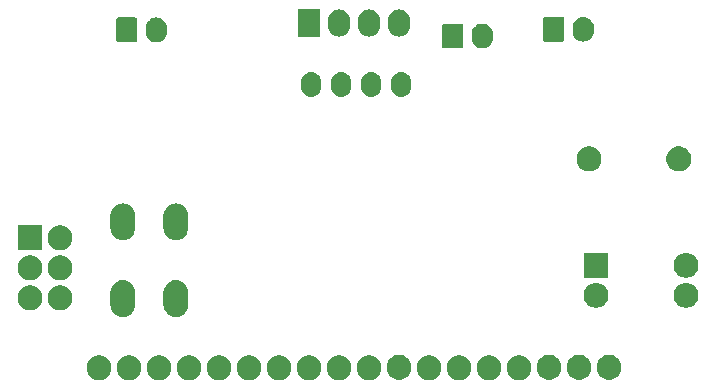
<source format=gbr>
G04 #@! TF.GenerationSoftware,KiCad,Pcbnew,(5.1.4)-1*
G04 #@! TF.CreationDate,2021-02-09T03:21:47-03:00*
G04 #@! TF.ProjectId,Eucalyptus,45756361-6c79-4707-9475-732e6b696361,rev?*
G04 #@! TF.SameCoordinates,Original*
G04 #@! TF.FileFunction,Soldermask,Bot*
G04 #@! TF.FilePolarity,Negative*
%FSLAX46Y46*%
G04 Gerber Fmt 4.6, Leading zero omitted, Abs format (unit mm)*
G04 Created by KiCad (PCBNEW (5.1.4)-1) date 2021-02-09 03:21:47*
%MOMM*%
%LPD*%
G04 APERTURE LIST*
%ADD10C,0.100000*%
G04 APERTURE END LIST*
D10*
G36*
X134291564Y-124870389D02*
G01*
X134482833Y-124949615D01*
X134482835Y-124949616D01*
X134654973Y-125064635D01*
X134801365Y-125211027D01*
X134900348Y-125359165D01*
X134916385Y-125383167D01*
X134995611Y-125574436D01*
X135036000Y-125777484D01*
X135036000Y-125984516D01*
X134995611Y-126187564D01*
X134926326Y-126354833D01*
X134916384Y-126378835D01*
X134801365Y-126550973D01*
X134654973Y-126697365D01*
X134482835Y-126812384D01*
X134482834Y-126812385D01*
X134482833Y-126812385D01*
X134291564Y-126891611D01*
X134088516Y-126932000D01*
X133881484Y-126932000D01*
X133678436Y-126891611D01*
X133487167Y-126812385D01*
X133487166Y-126812385D01*
X133487165Y-126812384D01*
X133315027Y-126697365D01*
X133168635Y-126550973D01*
X133053616Y-126378835D01*
X133043674Y-126354833D01*
X132974389Y-126187564D01*
X132934000Y-125984516D01*
X132934000Y-125777484D01*
X132974389Y-125574436D01*
X133053615Y-125383167D01*
X133069653Y-125359165D01*
X133168635Y-125211027D01*
X133315027Y-125064635D01*
X133487165Y-124949616D01*
X133487167Y-124949615D01*
X133678436Y-124870389D01*
X133881484Y-124830000D01*
X134088516Y-124830000D01*
X134291564Y-124870389D01*
X134291564Y-124870389D01*
G37*
G36*
X131751564Y-124870389D02*
G01*
X131942833Y-124949615D01*
X131942835Y-124949616D01*
X132114973Y-125064635D01*
X132261365Y-125211027D01*
X132360348Y-125359165D01*
X132376385Y-125383167D01*
X132455611Y-125574436D01*
X132496000Y-125777484D01*
X132496000Y-125984516D01*
X132455611Y-126187564D01*
X132386326Y-126354833D01*
X132376384Y-126378835D01*
X132261365Y-126550973D01*
X132114973Y-126697365D01*
X131942835Y-126812384D01*
X131942834Y-126812385D01*
X131942833Y-126812385D01*
X131751564Y-126891611D01*
X131548516Y-126932000D01*
X131341484Y-126932000D01*
X131138436Y-126891611D01*
X130947167Y-126812385D01*
X130947166Y-126812385D01*
X130947165Y-126812384D01*
X130775027Y-126697365D01*
X130628635Y-126550973D01*
X130513616Y-126378835D01*
X130503674Y-126354833D01*
X130434389Y-126187564D01*
X130394000Y-125984516D01*
X130394000Y-125777484D01*
X130434389Y-125574436D01*
X130513615Y-125383167D01*
X130529653Y-125359165D01*
X130628635Y-125211027D01*
X130775027Y-125064635D01*
X130947165Y-124949616D01*
X130947167Y-124949615D01*
X131138436Y-124870389D01*
X131341484Y-124830000D01*
X131548516Y-124830000D01*
X131751564Y-124870389D01*
X131751564Y-124870389D01*
G37*
G36*
X113971564Y-124870389D02*
G01*
X114162833Y-124949615D01*
X114162835Y-124949616D01*
X114334973Y-125064635D01*
X114481365Y-125211027D01*
X114580348Y-125359165D01*
X114596385Y-125383167D01*
X114675611Y-125574436D01*
X114716000Y-125777484D01*
X114716000Y-125984516D01*
X114675611Y-126187564D01*
X114606326Y-126354833D01*
X114596384Y-126378835D01*
X114481365Y-126550973D01*
X114334973Y-126697365D01*
X114162835Y-126812384D01*
X114162834Y-126812385D01*
X114162833Y-126812385D01*
X113971564Y-126891611D01*
X113768516Y-126932000D01*
X113561484Y-126932000D01*
X113358436Y-126891611D01*
X113167167Y-126812385D01*
X113167166Y-126812385D01*
X113167165Y-126812384D01*
X112995027Y-126697365D01*
X112848635Y-126550973D01*
X112733616Y-126378835D01*
X112723674Y-126354833D01*
X112654389Y-126187564D01*
X112614000Y-125984516D01*
X112614000Y-125777484D01*
X112654389Y-125574436D01*
X112733615Y-125383167D01*
X112749653Y-125359165D01*
X112848635Y-125211027D01*
X112995027Y-125064635D01*
X113167165Y-124949616D01*
X113167167Y-124949615D01*
X113358436Y-124870389D01*
X113561484Y-124830000D01*
X113768516Y-124830000D01*
X113971564Y-124870389D01*
X113971564Y-124870389D01*
G37*
G36*
X106351564Y-124870389D02*
G01*
X106542833Y-124949615D01*
X106542835Y-124949616D01*
X106714973Y-125064635D01*
X106861365Y-125211027D01*
X106960348Y-125359165D01*
X106976385Y-125383167D01*
X107055611Y-125574436D01*
X107096000Y-125777484D01*
X107096000Y-125984516D01*
X107055611Y-126187564D01*
X106986326Y-126354833D01*
X106976384Y-126378835D01*
X106861365Y-126550973D01*
X106714973Y-126697365D01*
X106542835Y-126812384D01*
X106542834Y-126812385D01*
X106542833Y-126812385D01*
X106351564Y-126891611D01*
X106148516Y-126932000D01*
X105941484Y-126932000D01*
X105738436Y-126891611D01*
X105547167Y-126812385D01*
X105547166Y-126812385D01*
X105547165Y-126812384D01*
X105375027Y-126697365D01*
X105228635Y-126550973D01*
X105113616Y-126378835D01*
X105103674Y-126354833D01*
X105034389Y-126187564D01*
X104994000Y-125984516D01*
X104994000Y-125777484D01*
X105034389Y-125574436D01*
X105113615Y-125383167D01*
X105129653Y-125359165D01*
X105228635Y-125211027D01*
X105375027Y-125064635D01*
X105547165Y-124949616D01*
X105547167Y-124949615D01*
X105738436Y-124870389D01*
X105941484Y-124830000D01*
X106148516Y-124830000D01*
X106351564Y-124870389D01*
X106351564Y-124870389D01*
G37*
G36*
X108891564Y-124870389D02*
G01*
X109082833Y-124949615D01*
X109082835Y-124949616D01*
X109254973Y-125064635D01*
X109401365Y-125211027D01*
X109500348Y-125359165D01*
X109516385Y-125383167D01*
X109595611Y-125574436D01*
X109636000Y-125777484D01*
X109636000Y-125984516D01*
X109595611Y-126187564D01*
X109526326Y-126354833D01*
X109516384Y-126378835D01*
X109401365Y-126550973D01*
X109254973Y-126697365D01*
X109082835Y-126812384D01*
X109082834Y-126812385D01*
X109082833Y-126812385D01*
X108891564Y-126891611D01*
X108688516Y-126932000D01*
X108481484Y-126932000D01*
X108278436Y-126891611D01*
X108087167Y-126812385D01*
X108087166Y-126812385D01*
X108087165Y-126812384D01*
X107915027Y-126697365D01*
X107768635Y-126550973D01*
X107653616Y-126378835D01*
X107643674Y-126354833D01*
X107574389Y-126187564D01*
X107534000Y-125984516D01*
X107534000Y-125777484D01*
X107574389Y-125574436D01*
X107653615Y-125383167D01*
X107669653Y-125359165D01*
X107768635Y-125211027D01*
X107915027Y-125064635D01*
X108087165Y-124949616D01*
X108087167Y-124949615D01*
X108278436Y-124870389D01*
X108481484Y-124830000D01*
X108688516Y-124830000D01*
X108891564Y-124870389D01*
X108891564Y-124870389D01*
G37*
G36*
X111431564Y-124870389D02*
G01*
X111622833Y-124949615D01*
X111622835Y-124949616D01*
X111794973Y-125064635D01*
X111941365Y-125211027D01*
X112040348Y-125359165D01*
X112056385Y-125383167D01*
X112135611Y-125574436D01*
X112176000Y-125777484D01*
X112176000Y-125984516D01*
X112135611Y-126187564D01*
X112066326Y-126354833D01*
X112056384Y-126378835D01*
X111941365Y-126550973D01*
X111794973Y-126697365D01*
X111622835Y-126812384D01*
X111622834Y-126812385D01*
X111622833Y-126812385D01*
X111431564Y-126891611D01*
X111228516Y-126932000D01*
X111021484Y-126932000D01*
X110818436Y-126891611D01*
X110627167Y-126812385D01*
X110627166Y-126812385D01*
X110627165Y-126812384D01*
X110455027Y-126697365D01*
X110308635Y-126550973D01*
X110193616Y-126378835D01*
X110183674Y-126354833D01*
X110114389Y-126187564D01*
X110074000Y-125984516D01*
X110074000Y-125777484D01*
X110114389Y-125574436D01*
X110193615Y-125383167D01*
X110209653Y-125359165D01*
X110308635Y-125211027D01*
X110455027Y-125064635D01*
X110627165Y-124949616D01*
X110627167Y-124949615D01*
X110818436Y-124870389D01*
X111021484Y-124830000D01*
X111228516Y-124830000D01*
X111431564Y-124870389D01*
X111431564Y-124870389D01*
G37*
G36*
X98731564Y-124870389D02*
G01*
X98922833Y-124949615D01*
X98922835Y-124949616D01*
X99094973Y-125064635D01*
X99241365Y-125211027D01*
X99340348Y-125359165D01*
X99356385Y-125383167D01*
X99435611Y-125574436D01*
X99476000Y-125777484D01*
X99476000Y-125984516D01*
X99435611Y-126187564D01*
X99366326Y-126354833D01*
X99356384Y-126378835D01*
X99241365Y-126550973D01*
X99094973Y-126697365D01*
X98922835Y-126812384D01*
X98922834Y-126812385D01*
X98922833Y-126812385D01*
X98731564Y-126891611D01*
X98528516Y-126932000D01*
X98321484Y-126932000D01*
X98118436Y-126891611D01*
X97927167Y-126812385D01*
X97927166Y-126812385D01*
X97927165Y-126812384D01*
X97755027Y-126697365D01*
X97608635Y-126550973D01*
X97493616Y-126378835D01*
X97483674Y-126354833D01*
X97414389Y-126187564D01*
X97374000Y-125984516D01*
X97374000Y-125777484D01*
X97414389Y-125574436D01*
X97493615Y-125383167D01*
X97509653Y-125359165D01*
X97608635Y-125211027D01*
X97755027Y-125064635D01*
X97927165Y-124949616D01*
X97927167Y-124949615D01*
X98118436Y-124870389D01*
X98321484Y-124830000D01*
X98528516Y-124830000D01*
X98731564Y-124870389D01*
X98731564Y-124870389D01*
G37*
G36*
X103811564Y-124870389D02*
G01*
X104002833Y-124949615D01*
X104002835Y-124949616D01*
X104174973Y-125064635D01*
X104321365Y-125211027D01*
X104420348Y-125359165D01*
X104436385Y-125383167D01*
X104515611Y-125574436D01*
X104556000Y-125777484D01*
X104556000Y-125984516D01*
X104515611Y-126187564D01*
X104446326Y-126354833D01*
X104436384Y-126378835D01*
X104321365Y-126550973D01*
X104174973Y-126697365D01*
X104002835Y-126812384D01*
X104002834Y-126812385D01*
X104002833Y-126812385D01*
X103811564Y-126891611D01*
X103608516Y-126932000D01*
X103401484Y-126932000D01*
X103198436Y-126891611D01*
X103007167Y-126812385D01*
X103007166Y-126812385D01*
X103007165Y-126812384D01*
X102835027Y-126697365D01*
X102688635Y-126550973D01*
X102573616Y-126378835D01*
X102563674Y-126354833D01*
X102494389Y-126187564D01*
X102454000Y-125984516D01*
X102454000Y-125777484D01*
X102494389Y-125574436D01*
X102573615Y-125383167D01*
X102589653Y-125359165D01*
X102688635Y-125211027D01*
X102835027Y-125064635D01*
X103007165Y-124949616D01*
X103007167Y-124949615D01*
X103198436Y-124870389D01*
X103401484Y-124830000D01*
X103608516Y-124830000D01*
X103811564Y-124870389D01*
X103811564Y-124870389D01*
G37*
G36*
X119051564Y-124870389D02*
G01*
X119242833Y-124949615D01*
X119242835Y-124949616D01*
X119414973Y-125064635D01*
X119561365Y-125211027D01*
X119660348Y-125359165D01*
X119676385Y-125383167D01*
X119755611Y-125574436D01*
X119796000Y-125777484D01*
X119796000Y-125984516D01*
X119755611Y-126187564D01*
X119686326Y-126354833D01*
X119676384Y-126378835D01*
X119561365Y-126550973D01*
X119414973Y-126697365D01*
X119242835Y-126812384D01*
X119242834Y-126812385D01*
X119242833Y-126812385D01*
X119051564Y-126891611D01*
X118848516Y-126932000D01*
X118641484Y-126932000D01*
X118438436Y-126891611D01*
X118247167Y-126812385D01*
X118247166Y-126812385D01*
X118247165Y-126812384D01*
X118075027Y-126697365D01*
X117928635Y-126550973D01*
X117813616Y-126378835D01*
X117803674Y-126354833D01*
X117734389Y-126187564D01*
X117694000Y-125984516D01*
X117694000Y-125777484D01*
X117734389Y-125574436D01*
X117813615Y-125383167D01*
X117829653Y-125359165D01*
X117928635Y-125211027D01*
X118075027Y-125064635D01*
X118247165Y-124949616D01*
X118247167Y-124949615D01*
X118438436Y-124870389D01*
X118641484Y-124830000D01*
X118848516Y-124830000D01*
X119051564Y-124870389D01*
X119051564Y-124870389D01*
G37*
G36*
X116511564Y-124870389D02*
G01*
X116702833Y-124949615D01*
X116702835Y-124949616D01*
X116874973Y-125064635D01*
X117021365Y-125211027D01*
X117120348Y-125359165D01*
X117136385Y-125383167D01*
X117215611Y-125574436D01*
X117256000Y-125777484D01*
X117256000Y-125984516D01*
X117215611Y-126187564D01*
X117146326Y-126354833D01*
X117136384Y-126378835D01*
X117021365Y-126550973D01*
X116874973Y-126697365D01*
X116702835Y-126812384D01*
X116702834Y-126812385D01*
X116702833Y-126812385D01*
X116511564Y-126891611D01*
X116308516Y-126932000D01*
X116101484Y-126932000D01*
X115898436Y-126891611D01*
X115707167Y-126812385D01*
X115707166Y-126812385D01*
X115707165Y-126812384D01*
X115535027Y-126697365D01*
X115388635Y-126550973D01*
X115273616Y-126378835D01*
X115263674Y-126354833D01*
X115194389Y-126187564D01*
X115154000Y-125984516D01*
X115154000Y-125777484D01*
X115194389Y-125574436D01*
X115273615Y-125383167D01*
X115289653Y-125359165D01*
X115388635Y-125211027D01*
X115535027Y-125064635D01*
X115707165Y-124949616D01*
X115707167Y-124949615D01*
X115898436Y-124870389D01*
X116101484Y-124830000D01*
X116308516Y-124830000D01*
X116511564Y-124870389D01*
X116511564Y-124870389D01*
G37*
G36*
X129211564Y-124870389D02*
G01*
X129402833Y-124949615D01*
X129402835Y-124949616D01*
X129574973Y-125064635D01*
X129721365Y-125211027D01*
X129820348Y-125359165D01*
X129836385Y-125383167D01*
X129915611Y-125574436D01*
X129956000Y-125777484D01*
X129956000Y-125984516D01*
X129915611Y-126187564D01*
X129846326Y-126354833D01*
X129836384Y-126378835D01*
X129721365Y-126550973D01*
X129574973Y-126697365D01*
X129402835Y-126812384D01*
X129402834Y-126812385D01*
X129402833Y-126812385D01*
X129211564Y-126891611D01*
X129008516Y-126932000D01*
X128801484Y-126932000D01*
X128598436Y-126891611D01*
X128407167Y-126812385D01*
X128407166Y-126812385D01*
X128407165Y-126812384D01*
X128235027Y-126697365D01*
X128088635Y-126550973D01*
X127973616Y-126378835D01*
X127963674Y-126354833D01*
X127894389Y-126187564D01*
X127854000Y-125984516D01*
X127854000Y-125777484D01*
X127894389Y-125574436D01*
X127973615Y-125383167D01*
X127989653Y-125359165D01*
X128088635Y-125211027D01*
X128235027Y-125064635D01*
X128407165Y-124949616D01*
X128407167Y-124949615D01*
X128598436Y-124870389D01*
X128801484Y-124830000D01*
X129008516Y-124830000D01*
X129211564Y-124870389D01*
X129211564Y-124870389D01*
G37*
G36*
X126671564Y-124870389D02*
G01*
X126862833Y-124949615D01*
X126862835Y-124949616D01*
X127034973Y-125064635D01*
X127181365Y-125211027D01*
X127280348Y-125359165D01*
X127296385Y-125383167D01*
X127375611Y-125574436D01*
X127416000Y-125777484D01*
X127416000Y-125984516D01*
X127375611Y-126187564D01*
X127306326Y-126354833D01*
X127296384Y-126378835D01*
X127181365Y-126550973D01*
X127034973Y-126697365D01*
X126862835Y-126812384D01*
X126862834Y-126812385D01*
X126862833Y-126812385D01*
X126671564Y-126891611D01*
X126468516Y-126932000D01*
X126261484Y-126932000D01*
X126058436Y-126891611D01*
X125867167Y-126812385D01*
X125867166Y-126812385D01*
X125867165Y-126812384D01*
X125695027Y-126697365D01*
X125548635Y-126550973D01*
X125433616Y-126378835D01*
X125423674Y-126354833D01*
X125354389Y-126187564D01*
X125314000Y-125984516D01*
X125314000Y-125777484D01*
X125354389Y-125574436D01*
X125433615Y-125383167D01*
X125449653Y-125359165D01*
X125548635Y-125211027D01*
X125695027Y-125064635D01*
X125867165Y-124949616D01*
X125867167Y-124949615D01*
X126058436Y-124870389D01*
X126261484Y-124830000D01*
X126468516Y-124830000D01*
X126671564Y-124870389D01*
X126671564Y-124870389D01*
G37*
G36*
X121591564Y-124870389D02*
G01*
X121782833Y-124949615D01*
X121782835Y-124949616D01*
X121954973Y-125064635D01*
X122101365Y-125211027D01*
X122200348Y-125359165D01*
X122216385Y-125383167D01*
X122295611Y-125574436D01*
X122336000Y-125777484D01*
X122336000Y-125984516D01*
X122295611Y-126187564D01*
X122226326Y-126354833D01*
X122216384Y-126378835D01*
X122101365Y-126550973D01*
X121954973Y-126697365D01*
X121782835Y-126812384D01*
X121782834Y-126812385D01*
X121782833Y-126812385D01*
X121591564Y-126891611D01*
X121388516Y-126932000D01*
X121181484Y-126932000D01*
X120978436Y-126891611D01*
X120787167Y-126812385D01*
X120787166Y-126812385D01*
X120787165Y-126812384D01*
X120615027Y-126697365D01*
X120468635Y-126550973D01*
X120353616Y-126378835D01*
X120343674Y-126354833D01*
X120274389Y-126187564D01*
X120234000Y-125984516D01*
X120234000Y-125777484D01*
X120274389Y-125574436D01*
X120353615Y-125383167D01*
X120369653Y-125359165D01*
X120468635Y-125211027D01*
X120615027Y-125064635D01*
X120787165Y-124949616D01*
X120787167Y-124949615D01*
X120978436Y-124870389D01*
X121181484Y-124830000D01*
X121388516Y-124830000D01*
X121591564Y-124870389D01*
X121591564Y-124870389D01*
G37*
G36*
X101271564Y-124870389D02*
G01*
X101462833Y-124949615D01*
X101462835Y-124949616D01*
X101634973Y-125064635D01*
X101781365Y-125211027D01*
X101880348Y-125359165D01*
X101896385Y-125383167D01*
X101975611Y-125574436D01*
X102016000Y-125777484D01*
X102016000Y-125984516D01*
X101975611Y-126187564D01*
X101906326Y-126354833D01*
X101896384Y-126378835D01*
X101781365Y-126550973D01*
X101634973Y-126697365D01*
X101462835Y-126812384D01*
X101462834Y-126812385D01*
X101462833Y-126812385D01*
X101271564Y-126891611D01*
X101068516Y-126932000D01*
X100861484Y-126932000D01*
X100658436Y-126891611D01*
X100467167Y-126812385D01*
X100467166Y-126812385D01*
X100467165Y-126812384D01*
X100295027Y-126697365D01*
X100148635Y-126550973D01*
X100033616Y-126378835D01*
X100023674Y-126354833D01*
X99954389Y-126187564D01*
X99914000Y-125984516D01*
X99914000Y-125777484D01*
X99954389Y-125574436D01*
X100033615Y-125383167D01*
X100049653Y-125359165D01*
X100148635Y-125211027D01*
X100295027Y-125064635D01*
X100467165Y-124949616D01*
X100467167Y-124949615D01*
X100658436Y-124870389D01*
X100861484Y-124830000D01*
X101068516Y-124830000D01*
X101271564Y-124870389D01*
X101271564Y-124870389D01*
G37*
G36*
X139371564Y-124846389D02*
G01*
X139562833Y-124925615D01*
X139562835Y-124925616D01*
X139734973Y-125040635D01*
X139881365Y-125187027D01*
X139996385Y-125359167D01*
X140075611Y-125550436D01*
X140116000Y-125753484D01*
X140116000Y-125960516D01*
X140075611Y-126163564D01*
X140065669Y-126187565D01*
X139996384Y-126354835D01*
X139881365Y-126526973D01*
X139734973Y-126673365D01*
X139562835Y-126788384D01*
X139562834Y-126788385D01*
X139562833Y-126788385D01*
X139371564Y-126867611D01*
X139168516Y-126908000D01*
X138961484Y-126908000D01*
X138758436Y-126867611D01*
X138567167Y-126788385D01*
X138567166Y-126788385D01*
X138567165Y-126788384D01*
X138395027Y-126673365D01*
X138248635Y-126526973D01*
X138133616Y-126354835D01*
X138064331Y-126187565D01*
X138054389Y-126163564D01*
X138014000Y-125960516D01*
X138014000Y-125753484D01*
X138054389Y-125550436D01*
X138133615Y-125359167D01*
X138248635Y-125187027D01*
X138395027Y-125040635D01*
X138567165Y-124925616D01*
X138567167Y-124925615D01*
X138758436Y-124846389D01*
X138961484Y-124806000D01*
X139168516Y-124806000D01*
X139371564Y-124846389D01*
X139371564Y-124846389D01*
G37*
G36*
X141911564Y-124846389D02*
G01*
X142102833Y-124925615D01*
X142102835Y-124925616D01*
X142274973Y-125040635D01*
X142421365Y-125187027D01*
X142536385Y-125359167D01*
X142615611Y-125550436D01*
X142656000Y-125753484D01*
X142656000Y-125960516D01*
X142615611Y-126163564D01*
X142605669Y-126187565D01*
X142536384Y-126354835D01*
X142421365Y-126526973D01*
X142274973Y-126673365D01*
X142102835Y-126788384D01*
X142102834Y-126788385D01*
X142102833Y-126788385D01*
X141911564Y-126867611D01*
X141708516Y-126908000D01*
X141501484Y-126908000D01*
X141298436Y-126867611D01*
X141107167Y-126788385D01*
X141107166Y-126788385D01*
X141107165Y-126788384D01*
X140935027Y-126673365D01*
X140788635Y-126526973D01*
X140673616Y-126354835D01*
X140604331Y-126187565D01*
X140594389Y-126163564D01*
X140554000Y-125960516D01*
X140554000Y-125753484D01*
X140594389Y-125550436D01*
X140673615Y-125359167D01*
X140788635Y-125187027D01*
X140935027Y-125040635D01*
X141107165Y-124925616D01*
X141107167Y-124925615D01*
X141298436Y-124846389D01*
X141501484Y-124806000D01*
X141708516Y-124806000D01*
X141911564Y-124846389D01*
X141911564Y-124846389D01*
G37*
G36*
X124131564Y-124846389D02*
G01*
X124322833Y-124925615D01*
X124322835Y-124925616D01*
X124494973Y-125040635D01*
X124641365Y-125187027D01*
X124756385Y-125359167D01*
X124835611Y-125550436D01*
X124876000Y-125753484D01*
X124876000Y-125960516D01*
X124835611Y-126163564D01*
X124825669Y-126187565D01*
X124756384Y-126354835D01*
X124641365Y-126526973D01*
X124494973Y-126673365D01*
X124322835Y-126788384D01*
X124322834Y-126788385D01*
X124322833Y-126788385D01*
X124131564Y-126867611D01*
X123928516Y-126908000D01*
X123721484Y-126908000D01*
X123518436Y-126867611D01*
X123327167Y-126788385D01*
X123327166Y-126788385D01*
X123327165Y-126788384D01*
X123155027Y-126673365D01*
X123008635Y-126526973D01*
X122893616Y-126354835D01*
X122824331Y-126187565D01*
X122814389Y-126163564D01*
X122774000Y-125960516D01*
X122774000Y-125753484D01*
X122814389Y-125550436D01*
X122893615Y-125359167D01*
X123008635Y-125187027D01*
X123155027Y-125040635D01*
X123327165Y-124925616D01*
X123327167Y-124925615D01*
X123518436Y-124846389D01*
X123721484Y-124806000D01*
X123928516Y-124806000D01*
X124131564Y-124846389D01*
X124131564Y-124846389D01*
G37*
G36*
X136831564Y-124846389D02*
G01*
X137022833Y-124925615D01*
X137022835Y-124925616D01*
X137194973Y-125040635D01*
X137341365Y-125187027D01*
X137456385Y-125359167D01*
X137535611Y-125550436D01*
X137576000Y-125753484D01*
X137576000Y-125960516D01*
X137535611Y-126163564D01*
X137525669Y-126187565D01*
X137456384Y-126354835D01*
X137341365Y-126526973D01*
X137194973Y-126673365D01*
X137022835Y-126788384D01*
X137022834Y-126788385D01*
X137022833Y-126788385D01*
X136831564Y-126867611D01*
X136628516Y-126908000D01*
X136421484Y-126908000D01*
X136218436Y-126867611D01*
X136027167Y-126788385D01*
X136027166Y-126788385D01*
X136027165Y-126788384D01*
X135855027Y-126673365D01*
X135708635Y-126526973D01*
X135593616Y-126354835D01*
X135524331Y-126187565D01*
X135514389Y-126163564D01*
X135474000Y-125960516D01*
X135474000Y-125753484D01*
X135514389Y-125550436D01*
X135593615Y-125359167D01*
X135708635Y-125187027D01*
X135855027Y-125040635D01*
X136027165Y-124925616D01*
X136027167Y-124925615D01*
X136218436Y-124846389D01*
X136421484Y-124806000D01*
X136628516Y-124806000D01*
X136831564Y-124846389D01*
X136831564Y-124846389D01*
G37*
G36*
X105135531Y-118490707D02*
G01*
X105333645Y-118550805D01*
X105333648Y-118550806D01*
X105399530Y-118586021D01*
X105516229Y-118648397D01*
X105676265Y-118779735D01*
X105807603Y-118939771D01*
X105808201Y-118940890D01*
X105905194Y-119122351D01*
X105905194Y-119122352D01*
X105905195Y-119122354D01*
X105965293Y-119320468D01*
X105980500Y-119474870D01*
X105980500Y-120578130D01*
X105965293Y-120732532D01*
X105919683Y-120882885D01*
X105905194Y-120930649D01*
X105853439Y-121027475D01*
X105807603Y-121113229D01*
X105676265Y-121273265D01*
X105516229Y-121404603D01*
X105430475Y-121450439D01*
X105333649Y-121502194D01*
X105333646Y-121502195D01*
X105135532Y-121562293D01*
X104929500Y-121582585D01*
X104723469Y-121562293D01*
X104525355Y-121502195D01*
X104525352Y-121502194D01*
X104428526Y-121450439D01*
X104342772Y-121404603D01*
X104182736Y-121273265D01*
X104051398Y-121113229D01*
X104028684Y-121070735D01*
X103953805Y-120930647D01*
X103893707Y-120732530D01*
X103878500Y-120578131D01*
X103878500Y-119474870D01*
X103893707Y-119320471D01*
X103893707Y-119320469D01*
X103953805Y-119122355D01*
X103953806Y-119122352D01*
X103989021Y-119056470D01*
X104051397Y-118939771D01*
X104182735Y-118779735D01*
X104342771Y-118648397D01*
X104428525Y-118602561D01*
X104525351Y-118550806D01*
X104525354Y-118550805D01*
X104723468Y-118490707D01*
X104929500Y-118470415D01*
X105135531Y-118490707D01*
X105135531Y-118490707D01*
G37*
G36*
X100635531Y-118490707D02*
G01*
X100833645Y-118550805D01*
X100833648Y-118550806D01*
X100899530Y-118586021D01*
X101016229Y-118648397D01*
X101176265Y-118779735D01*
X101307603Y-118939771D01*
X101308201Y-118940890D01*
X101405194Y-119122351D01*
X101405194Y-119122352D01*
X101405195Y-119122354D01*
X101465293Y-119320468D01*
X101480500Y-119474870D01*
X101480500Y-120578130D01*
X101465293Y-120732532D01*
X101419683Y-120882885D01*
X101405194Y-120930649D01*
X101353439Y-121027475D01*
X101307603Y-121113229D01*
X101176265Y-121273265D01*
X101016229Y-121404603D01*
X100930475Y-121450439D01*
X100833649Y-121502194D01*
X100833646Y-121502195D01*
X100635532Y-121562293D01*
X100429500Y-121582585D01*
X100223469Y-121562293D01*
X100025355Y-121502195D01*
X100025352Y-121502194D01*
X99928526Y-121450439D01*
X99842772Y-121404603D01*
X99682736Y-121273265D01*
X99551398Y-121113229D01*
X99528684Y-121070735D01*
X99453805Y-120930647D01*
X99393707Y-120732530D01*
X99378500Y-120578131D01*
X99378500Y-119474870D01*
X99393707Y-119320471D01*
X99393707Y-119320469D01*
X99453805Y-119122355D01*
X99453806Y-119122352D01*
X99489021Y-119056470D01*
X99551397Y-118939771D01*
X99682735Y-118779735D01*
X99842771Y-118648397D01*
X99928525Y-118602561D01*
X100025351Y-118550806D01*
X100025354Y-118550805D01*
X100223468Y-118490707D01*
X100429500Y-118470415D01*
X100635531Y-118490707D01*
X100635531Y-118490707D01*
G37*
G36*
X95429564Y-118940889D02*
G01*
X95620833Y-119020115D01*
X95620835Y-119020116D01*
X95792973Y-119135135D01*
X95939365Y-119281527D01*
X95965387Y-119320471D01*
X96054385Y-119453667D01*
X96133611Y-119644936D01*
X96174000Y-119847984D01*
X96174000Y-120055016D01*
X96133611Y-120258064D01*
X96105169Y-120326729D01*
X96054384Y-120449335D01*
X95939365Y-120621473D01*
X95792973Y-120767865D01*
X95620835Y-120882884D01*
X95620834Y-120882885D01*
X95620833Y-120882885D01*
X95429564Y-120962111D01*
X95226516Y-121002500D01*
X95019484Y-121002500D01*
X94816436Y-120962111D01*
X94625167Y-120882885D01*
X94625166Y-120882885D01*
X94625165Y-120882884D01*
X94453027Y-120767865D01*
X94306635Y-120621473D01*
X94191616Y-120449335D01*
X94140831Y-120326729D01*
X94112389Y-120258064D01*
X94072000Y-120055016D01*
X94072000Y-119847984D01*
X94112389Y-119644936D01*
X94191615Y-119453667D01*
X94280614Y-119320471D01*
X94306635Y-119281527D01*
X94453027Y-119135135D01*
X94625165Y-119020116D01*
X94625167Y-119020115D01*
X94816436Y-118940889D01*
X95019484Y-118900500D01*
X95226516Y-118900500D01*
X95429564Y-118940889D01*
X95429564Y-118940889D01*
G37*
G36*
X92889564Y-118940889D02*
G01*
X93080833Y-119020115D01*
X93080835Y-119020116D01*
X93252973Y-119135135D01*
X93399365Y-119281527D01*
X93425387Y-119320471D01*
X93514385Y-119453667D01*
X93593611Y-119644936D01*
X93634000Y-119847984D01*
X93634000Y-120055016D01*
X93593611Y-120258064D01*
X93565169Y-120326729D01*
X93514384Y-120449335D01*
X93399365Y-120621473D01*
X93252973Y-120767865D01*
X93080835Y-120882884D01*
X93080834Y-120882885D01*
X93080833Y-120882885D01*
X92889564Y-120962111D01*
X92686516Y-121002500D01*
X92479484Y-121002500D01*
X92276436Y-120962111D01*
X92085167Y-120882885D01*
X92085166Y-120882885D01*
X92085165Y-120882884D01*
X91913027Y-120767865D01*
X91766635Y-120621473D01*
X91651616Y-120449335D01*
X91600831Y-120326729D01*
X91572389Y-120258064D01*
X91532000Y-120055016D01*
X91532000Y-119847984D01*
X91572389Y-119644936D01*
X91651615Y-119453667D01*
X91740614Y-119320471D01*
X91766635Y-119281527D01*
X91913027Y-119135135D01*
X92085165Y-119020116D01*
X92085167Y-119020115D01*
X92276436Y-118940889D01*
X92479484Y-118900500D01*
X92686516Y-118900500D01*
X92889564Y-118940889D01*
X92889564Y-118940889D01*
G37*
G36*
X148223097Y-118694069D02*
G01*
X148326032Y-118704207D01*
X148524146Y-118764305D01*
X148524149Y-118764306D01*
X148553014Y-118779735D01*
X148706729Y-118861897D01*
X148866765Y-118993235D01*
X148998103Y-119153271D01*
X149043939Y-119239025D01*
X149095694Y-119335851D01*
X149095695Y-119335854D01*
X149155793Y-119533968D01*
X149176085Y-119740000D01*
X149155793Y-119946032D01*
X149095695Y-120144146D01*
X149095694Y-120144149D01*
X149043939Y-120240975D01*
X148998103Y-120326729D01*
X148866765Y-120486765D01*
X148706729Y-120618103D01*
X148620975Y-120663939D01*
X148524149Y-120715694D01*
X148524146Y-120715695D01*
X148326032Y-120775793D01*
X148223097Y-120785931D01*
X148171631Y-120791000D01*
X148068369Y-120791000D01*
X148016903Y-120785931D01*
X147913968Y-120775793D01*
X147715854Y-120715695D01*
X147715851Y-120715694D01*
X147619025Y-120663939D01*
X147533271Y-120618103D01*
X147373235Y-120486765D01*
X147241897Y-120326729D01*
X147196061Y-120240975D01*
X147144306Y-120144149D01*
X147144305Y-120144146D01*
X147084207Y-119946032D01*
X147063915Y-119740000D01*
X147084207Y-119533968D01*
X147144305Y-119335854D01*
X147144306Y-119335851D01*
X147196061Y-119239025D01*
X147241897Y-119153271D01*
X147373235Y-118993235D01*
X147533271Y-118861897D01*
X147686986Y-118779735D01*
X147715851Y-118764306D01*
X147715854Y-118764305D01*
X147913968Y-118704207D01*
X148016903Y-118694069D01*
X148068369Y-118689000D01*
X148171631Y-118689000D01*
X148223097Y-118694069D01*
X148223097Y-118694069D01*
G37*
G36*
X140603097Y-118694069D02*
G01*
X140706032Y-118704207D01*
X140904146Y-118764305D01*
X140904149Y-118764306D01*
X140933014Y-118779735D01*
X141086729Y-118861897D01*
X141246765Y-118993235D01*
X141378103Y-119153271D01*
X141423939Y-119239025D01*
X141475694Y-119335851D01*
X141475695Y-119335854D01*
X141535793Y-119533968D01*
X141556085Y-119740000D01*
X141535793Y-119946032D01*
X141475695Y-120144146D01*
X141475694Y-120144149D01*
X141423939Y-120240975D01*
X141378103Y-120326729D01*
X141246765Y-120486765D01*
X141086729Y-120618103D01*
X141000975Y-120663939D01*
X140904149Y-120715694D01*
X140904146Y-120715695D01*
X140706032Y-120775793D01*
X140603097Y-120785931D01*
X140551631Y-120791000D01*
X140448369Y-120791000D01*
X140396903Y-120785931D01*
X140293968Y-120775793D01*
X140095854Y-120715695D01*
X140095851Y-120715694D01*
X139999025Y-120663939D01*
X139913271Y-120618103D01*
X139753235Y-120486765D01*
X139621897Y-120326729D01*
X139576061Y-120240975D01*
X139524306Y-120144149D01*
X139524305Y-120144146D01*
X139464207Y-119946032D01*
X139443915Y-119740000D01*
X139464207Y-119533968D01*
X139524305Y-119335854D01*
X139524306Y-119335851D01*
X139576061Y-119239025D01*
X139621897Y-119153271D01*
X139753235Y-118993235D01*
X139913271Y-118861897D01*
X140066986Y-118779735D01*
X140095851Y-118764306D01*
X140095854Y-118764305D01*
X140293968Y-118704207D01*
X140396903Y-118694069D01*
X140448369Y-118689000D01*
X140551631Y-118689000D01*
X140603097Y-118694069D01*
X140603097Y-118694069D01*
G37*
G36*
X92889564Y-116400889D02*
G01*
X93080833Y-116480115D01*
X93080835Y-116480116D01*
X93252973Y-116595135D01*
X93399365Y-116741527D01*
X93514385Y-116913667D01*
X93593611Y-117104936D01*
X93634000Y-117307984D01*
X93634000Y-117515016D01*
X93593611Y-117718064D01*
X93565169Y-117786729D01*
X93514384Y-117909335D01*
X93399365Y-118081473D01*
X93252973Y-118227865D01*
X93080835Y-118342884D01*
X93080834Y-118342885D01*
X93080833Y-118342885D01*
X92889564Y-118422111D01*
X92686516Y-118462500D01*
X92479484Y-118462500D01*
X92276436Y-118422111D01*
X92085167Y-118342885D01*
X92085166Y-118342885D01*
X92085165Y-118342884D01*
X91913027Y-118227865D01*
X91766635Y-118081473D01*
X91651616Y-117909335D01*
X91600831Y-117786729D01*
X91572389Y-117718064D01*
X91532000Y-117515016D01*
X91532000Y-117307984D01*
X91572389Y-117104936D01*
X91651615Y-116913667D01*
X91766635Y-116741527D01*
X91913027Y-116595135D01*
X92085165Y-116480116D01*
X92085167Y-116480115D01*
X92276436Y-116400889D01*
X92479484Y-116360500D01*
X92686516Y-116360500D01*
X92889564Y-116400889D01*
X92889564Y-116400889D01*
G37*
G36*
X95429564Y-116400889D02*
G01*
X95620833Y-116480115D01*
X95620835Y-116480116D01*
X95792973Y-116595135D01*
X95939365Y-116741527D01*
X96054385Y-116913667D01*
X96133611Y-117104936D01*
X96174000Y-117307984D01*
X96174000Y-117515016D01*
X96133611Y-117718064D01*
X96105169Y-117786729D01*
X96054384Y-117909335D01*
X95939365Y-118081473D01*
X95792973Y-118227865D01*
X95620835Y-118342884D01*
X95620834Y-118342885D01*
X95620833Y-118342885D01*
X95429564Y-118422111D01*
X95226516Y-118462500D01*
X95019484Y-118462500D01*
X94816436Y-118422111D01*
X94625167Y-118342885D01*
X94625166Y-118342885D01*
X94625165Y-118342884D01*
X94453027Y-118227865D01*
X94306635Y-118081473D01*
X94191616Y-117909335D01*
X94140831Y-117786729D01*
X94112389Y-117718064D01*
X94072000Y-117515016D01*
X94072000Y-117307984D01*
X94112389Y-117104936D01*
X94191615Y-116913667D01*
X94306635Y-116741527D01*
X94453027Y-116595135D01*
X94625165Y-116480116D01*
X94625167Y-116480115D01*
X94816436Y-116400889D01*
X95019484Y-116360500D01*
X95226516Y-116360500D01*
X95429564Y-116400889D01*
X95429564Y-116400889D01*
G37*
G36*
X148223097Y-116154069D02*
G01*
X148326032Y-116164207D01*
X148524146Y-116224305D01*
X148524149Y-116224306D01*
X148620975Y-116276061D01*
X148706729Y-116321897D01*
X148866765Y-116453235D01*
X148998103Y-116613271D01*
X149043939Y-116699025D01*
X149095694Y-116795851D01*
X149095695Y-116795854D01*
X149155793Y-116993968D01*
X149176085Y-117200000D01*
X149155793Y-117406032D01*
X149095695Y-117604146D01*
X149095694Y-117604149D01*
X149043939Y-117700975D01*
X148998103Y-117786729D01*
X148866765Y-117946765D01*
X148706729Y-118078103D01*
X148620975Y-118123939D01*
X148524149Y-118175694D01*
X148524146Y-118175695D01*
X148326032Y-118235793D01*
X148223097Y-118245931D01*
X148171631Y-118251000D01*
X148068369Y-118251000D01*
X148016903Y-118245931D01*
X147913968Y-118235793D01*
X147715854Y-118175695D01*
X147715851Y-118175694D01*
X147619025Y-118123939D01*
X147533271Y-118078103D01*
X147373235Y-117946765D01*
X147241897Y-117786729D01*
X147196061Y-117700975D01*
X147144306Y-117604149D01*
X147144305Y-117604146D01*
X147084207Y-117406032D01*
X147063915Y-117200000D01*
X147084207Y-116993968D01*
X147144305Y-116795854D01*
X147144306Y-116795851D01*
X147196061Y-116699025D01*
X147241897Y-116613271D01*
X147373235Y-116453235D01*
X147533271Y-116321897D01*
X147619025Y-116276061D01*
X147715851Y-116224306D01*
X147715854Y-116224305D01*
X147913968Y-116164207D01*
X148016903Y-116154069D01*
X148068369Y-116149000D01*
X148171631Y-116149000D01*
X148223097Y-116154069D01*
X148223097Y-116154069D01*
G37*
G36*
X141551000Y-118251000D02*
G01*
X139449000Y-118251000D01*
X139449000Y-116149000D01*
X141551000Y-116149000D01*
X141551000Y-118251000D01*
X141551000Y-118251000D01*
G37*
G36*
X93634000Y-115922500D02*
G01*
X91532000Y-115922500D01*
X91532000Y-113820500D01*
X93634000Y-113820500D01*
X93634000Y-115922500D01*
X93634000Y-115922500D01*
G37*
G36*
X95429564Y-113860889D02*
G01*
X95620833Y-113940115D01*
X95620835Y-113940116D01*
X95792973Y-114055135D01*
X95939365Y-114201527D01*
X95960081Y-114232530D01*
X96054385Y-114373667D01*
X96133611Y-114564936D01*
X96174000Y-114767984D01*
X96174000Y-114975016D01*
X96133611Y-115178064D01*
X96054385Y-115369333D01*
X96054384Y-115369335D01*
X95939365Y-115541473D01*
X95792973Y-115687865D01*
X95620835Y-115802884D01*
X95620834Y-115802885D01*
X95620833Y-115802885D01*
X95429564Y-115882111D01*
X95226516Y-115922500D01*
X95019484Y-115922500D01*
X94816436Y-115882111D01*
X94625167Y-115802885D01*
X94625166Y-115802885D01*
X94625165Y-115802884D01*
X94453027Y-115687865D01*
X94306635Y-115541473D01*
X94191616Y-115369335D01*
X94191615Y-115369333D01*
X94112389Y-115178064D01*
X94072000Y-114975016D01*
X94072000Y-114767984D01*
X94112389Y-114564936D01*
X94191615Y-114373667D01*
X94285920Y-114232530D01*
X94306635Y-114201527D01*
X94453027Y-114055135D01*
X94625165Y-113940116D01*
X94625167Y-113940115D01*
X94816436Y-113860889D01*
X95019484Y-113820500D01*
X95226516Y-113820500D01*
X95429564Y-113860889D01*
X95429564Y-113860889D01*
G37*
G36*
X100635531Y-111990707D02*
G01*
X100833645Y-112050805D01*
X100833648Y-112050806D01*
X100899530Y-112086021D01*
X101016229Y-112148397D01*
X101176265Y-112279735D01*
X101307603Y-112439771D01*
X101307604Y-112439773D01*
X101405194Y-112622351D01*
X101405194Y-112622352D01*
X101405195Y-112622354D01*
X101465293Y-112820468D01*
X101480500Y-112974870D01*
X101480500Y-114078130D01*
X101465293Y-114232532D01*
X101405195Y-114430646D01*
X101405194Y-114430649D01*
X101353439Y-114527475D01*
X101307603Y-114613229D01*
X101176265Y-114773265D01*
X101016229Y-114904603D01*
X100930475Y-114950439D01*
X100833649Y-115002194D01*
X100833646Y-115002195D01*
X100635532Y-115062293D01*
X100429500Y-115082585D01*
X100223469Y-115062293D01*
X100025355Y-115002195D01*
X100025352Y-115002194D01*
X99928526Y-114950439D01*
X99842772Y-114904603D01*
X99682736Y-114773265D01*
X99551398Y-114613229D01*
X99525584Y-114564935D01*
X99453805Y-114430647D01*
X99393707Y-114232530D01*
X99378500Y-114078131D01*
X99378500Y-112974870D01*
X99393707Y-112820471D01*
X99393707Y-112820469D01*
X99453805Y-112622355D01*
X99453806Y-112622352D01*
X99489021Y-112556470D01*
X99551397Y-112439771D01*
X99682735Y-112279735D01*
X99842771Y-112148397D01*
X99928525Y-112102561D01*
X100025351Y-112050806D01*
X100025354Y-112050805D01*
X100223468Y-111990707D01*
X100429500Y-111970415D01*
X100635531Y-111990707D01*
X100635531Y-111990707D01*
G37*
G36*
X105135531Y-111990707D02*
G01*
X105333645Y-112050805D01*
X105333648Y-112050806D01*
X105399530Y-112086021D01*
X105516229Y-112148397D01*
X105676265Y-112279735D01*
X105807603Y-112439771D01*
X105807604Y-112439773D01*
X105905194Y-112622351D01*
X105905194Y-112622352D01*
X105905195Y-112622354D01*
X105965293Y-112820468D01*
X105980500Y-112974870D01*
X105980500Y-114078130D01*
X105965293Y-114232532D01*
X105905195Y-114430646D01*
X105905194Y-114430649D01*
X105853439Y-114527475D01*
X105807603Y-114613229D01*
X105676265Y-114773265D01*
X105516229Y-114904603D01*
X105430475Y-114950439D01*
X105333649Y-115002194D01*
X105333646Y-115002195D01*
X105135532Y-115062293D01*
X104929500Y-115082585D01*
X104723469Y-115062293D01*
X104525355Y-115002195D01*
X104525352Y-115002194D01*
X104428526Y-114950439D01*
X104342772Y-114904603D01*
X104182736Y-114773265D01*
X104051398Y-114613229D01*
X104025584Y-114564935D01*
X103953805Y-114430647D01*
X103893707Y-114232530D01*
X103878500Y-114078131D01*
X103878500Y-112974870D01*
X103893707Y-112820471D01*
X103893707Y-112820469D01*
X103953805Y-112622355D01*
X103953806Y-112622352D01*
X103989021Y-112556470D01*
X104051397Y-112439771D01*
X104182735Y-112279735D01*
X104342771Y-112148397D01*
X104428525Y-112102561D01*
X104525351Y-112050806D01*
X104525354Y-112050805D01*
X104723468Y-111990707D01*
X104929500Y-111970415D01*
X105135531Y-111990707D01*
X105135531Y-111990707D01*
G37*
G36*
X147807064Y-107193389D02*
G01*
X147998333Y-107272615D01*
X147998335Y-107272616D01*
X148170473Y-107387635D01*
X148316865Y-107534027D01*
X148431885Y-107706167D01*
X148511111Y-107897436D01*
X148551500Y-108100484D01*
X148551500Y-108307516D01*
X148511111Y-108510564D01*
X148431885Y-108701833D01*
X148431884Y-108701835D01*
X148316865Y-108873973D01*
X148170473Y-109020365D01*
X147998335Y-109135384D01*
X147998334Y-109135385D01*
X147998333Y-109135385D01*
X147807064Y-109214611D01*
X147604016Y-109255000D01*
X147396984Y-109255000D01*
X147193936Y-109214611D01*
X147002667Y-109135385D01*
X147002666Y-109135385D01*
X147002665Y-109135384D01*
X146830527Y-109020365D01*
X146684135Y-108873973D01*
X146569116Y-108701835D01*
X146569115Y-108701833D01*
X146489889Y-108510564D01*
X146449500Y-108307516D01*
X146449500Y-108100484D01*
X146489889Y-107897436D01*
X146569115Y-107706167D01*
X146684135Y-107534027D01*
X146830527Y-107387635D01*
X147002665Y-107272616D01*
X147002667Y-107272615D01*
X147193936Y-107193389D01*
X147396984Y-107153000D01*
X147604016Y-107153000D01*
X147807064Y-107193389D01*
X147807064Y-107193389D01*
G37*
G36*
X140207064Y-107193389D02*
G01*
X140398333Y-107272615D01*
X140398335Y-107272616D01*
X140570473Y-107387635D01*
X140716865Y-107534027D01*
X140831885Y-107706167D01*
X140911111Y-107897436D01*
X140951500Y-108100484D01*
X140951500Y-108307516D01*
X140911111Y-108510564D01*
X140831885Y-108701833D01*
X140831884Y-108701835D01*
X140716865Y-108873973D01*
X140570473Y-109020365D01*
X140398335Y-109135384D01*
X140398334Y-109135385D01*
X140398333Y-109135385D01*
X140207064Y-109214611D01*
X140004016Y-109255000D01*
X139796984Y-109255000D01*
X139593936Y-109214611D01*
X139402667Y-109135385D01*
X139402666Y-109135385D01*
X139402665Y-109135384D01*
X139230527Y-109020365D01*
X139084135Y-108873973D01*
X138969116Y-108701835D01*
X138969115Y-108701833D01*
X138889889Y-108510564D01*
X138849500Y-108307516D01*
X138849500Y-108100484D01*
X138889889Y-107897436D01*
X138969115Y-107706167D01*
X139084135Y-107534027D01*
X139230527Y-107387635D01*
X139402665Y-107272616D01*
X139402667Y-107272615D01*
X139593936Y-107193389D01*
X139796984Y-107153000D01*
X140004016Y-107153000D01*
X140207064Y-107193389D01*
X140207064Y-107193389D01*
G37*
G36*
X119086822Y-100861313D02*
G01*
X119247241Y-100909976D01*
X119395077Y-100988995D01*
X119524659Y-101095341D01*
X119631004Y-101224922D01*
X119631005Y-101224924D01*
X119710024Y-101372758D01*
X119758687Y-101533177D01*
X119771000Y-101658196D01*
X119771000Y-102141803D01*
X119758687Y-102266822D01*
X119710024Y-102427242D01*
X119639114Y-102559906D01*
X119631004Y-102575078D01*
X119524659Y-102704659D01*
X119395078Y-102811004D01*
X119395076Y-102811005D01*
X119247242Y-102890024D01*
X119086823Y-102938687D01*
X118920000Y-102955117D01*
X118753178Y-102938687D01*
X118592759Y-102890024D01*
X118444925Y-102811005D01*
X118444923Y-102811004D01*
X118315342Y-102704659D01*
X118208996Y-102575078D01*
X118200886Y-102559906D01*
X118129976Y-102427242D01*
X118081313Y-102266823D01*
X118069000Y-102141804D01*
X118069000Y-101658197D01*
X118081313Y-101533178D01*
X118129976Y-101372759D01*
X118208995Y-101224923D01*
X118315341Y-101095341D01*
X118444922Y-100988996D01*
X118460094Y-100980886D01*
X118592758Y-100909976D01*
X118753177Y-100861313D01*
X118920000Y-100844883D01*
X119086822Y-100861313D01*
X119086822Y-100861313D01*
G37*
G36*
X124166822Y-100861313D02*
G01*
X124327241Y-100909976D01*
X124475077Y-100988995D01*
X124604659Y-101095341D01*
X124711004Y-101224922D01*
X124711005Y-101224924D01*
X124790024Y-101372758D01*
X124838687Y-101533177D01*
X124851000Y-101658196D01*
X124851000Y-102141803D01*
X124838687Y-102266822D01*
X124790024Y-102427242D01*
X124719114Y-102559906D01*
X124711004Y-102575078D01*
X124604659Y-102704659D01*
X124475078Y-102811004D01*
X124475076Y-102811005D01*
X124327242Y-102890024D01*
X124166823Y-102938687D01*
X124000000Y-102955117D01*
X123833178Y-102938687D01*
X123672759Y-102890024D01*
X123524925Y-102811005D01*
X123524923Y-102811004D01*
X123395342Y-102704659D01*
X123288996Y-102575078D01*
X123280886Y-102559906D01*
X123209976Y-102427242D01*
X123161313Y-102266823D01*
X123149000Y-102141804D01*
X123149000Y-101658197D01*
X123161313Y-101533178D01*
X123209976Y-101372759D01*
X123288995Y-101224923D01*
X123395341Y-101095341D01*
X123524922Y-100988996D01*
X123540094Y-100980886D01*
X123672758Y-100909976D01*
X123833177Y-100861313D01*
X124000000Y-100844883D01*
X124166822Y-100861313D01*
X124166822Y-100861313D01*
G37*
G36*
X116546822Y-100861313D02*
G01*
X116707241Y-100909976D01*
X116855077Y-100988995D01*
X116984659Y-101095341D01*
X117091004Y-101224922D01*
X117091005Y-101224924D01*
X117170024Y-101372758D01*
X117218687Y-101533177D01*
X117231000Y-101658196D01*
X117231000Y-102141803D01*
X117218687Y-102266822D01*
X117170024Y-102427242D01*
X117099114Y-102559906D01*
X117091004Y-102575078D01*
X116984659Y-102704659D01*
X116855078Y-102811004D01*
X116855076Y-102811005D01*
X116707242Y-102890024D01*
X116546823Y-102938687D01*
X116380000Y-102955117D01*
X116213178Y-102938687D01*
X116052759Y-102890024D01*
X115904925Y-102811005D01*
X115904923Y-102811004D01*
X115775342Y-102704659D01*
X115668996Y-102575078D01*
X115660886Y-102559906D01*
X115589976Y-102427242D01*
X115541313Y-102266823D01*
X115529000Y-102141804D01*
X115529000Y-101658197D01*
X115541313Y-101533178D01*
X115589976Y-101372759D01*
X115668995Y-101224923D01*
X115775341Y-101095341D01*
X115904922Y-100988996D01*
X115920094Y-100980886D01*
X116052758Y-100909976D01*
X116213177Y-100861313D01*
X116380000Y-100844883D01*
X116546822Y-100861313D01*
X116546822Y-100861313D01*
G37*
G36*
X121626822Y-100861313D02*
G01*
X121787241Y-100909976D01*
X121935077Y-100988995D01*
X122064659Y-101095341D01*
X122171004Y-101224922D01*
X122171005Y-101224924D01*
X122250024Y-101372758D01*
X122298687Y-101533177D01*
X122311000Y-101658196D01*
X122311000Y-102141803D01*
X122298687Y-102266822D01*
X122250024Y-102427242D01*
X122179114Y-102559906D01*
X122171004Y-102575078D01*
X122064659Y-102704659D01*
X121935078Y-102811004D01*
X121935076Y-102811005D01*
X121787242Y-102890024D01*
X121626823Y-102938687D01*
X121460000Y-102955117D01*
X121293178Y-102938687D01*
X121132759Y-102890024D01*
X120984925Y-102811005D01*
X120984923Y-102811004D01*
X120855342Y-102704659D01*
X120748996Y-102575078D01*
X120740886Y-102559906D01*
X120669976Y-102427242D01*
X120621313Y-102266823D01*
X120609000Y-102141804D01*
X120609000Y-101658197D01*
X120621313Y-101533178D01*
X120669976Y-101372759D01*
X120748995Y-101224923D01*
X120855341Y-101095341D01*
X120984922Y-100988996D01*
X121000094Y-100980886D01*
X121132758Y-100909976D01*
X121293177Y-100861313D01*
X121460000Y-100844883D01*
X121626822Y-100861313D01*
X121626822Y-100861313D01*
G37*
G36*
X131051626Y-96762037D02*
G01*
X131221465Y-96813557D01*
X131221467Y-96813558D01*
X131377989Y-96897221D01*
X131515186Y-97009814D01*
X131594556Y-97106528D01*
X131627778Y-97147009D01*
X131627779Y-97147011D01*
X131699441Y-97281079D01*
X131711443Y-97303534D01*
X131762963Y-97473373D01*
X131776000Y-97605742D01*
X131776000Y-97994257D01*
X131762963Y-98126626D01*
X131711443Y-98296466D01*
X131627778Y-98452991D01*
X131598448Y-98488729D01*
X131515186Y-98590186D01*
X131420250Y-98668097D01*
X131377991Y-98702778D01*
X131221466Y-98786443D01*
X131051627Y-98837963D01*
X130875000Y-98855359D01*
X130698374Y-98837963D01*
X130528535Y-98786443D01*
X130372010Y-98702778D01*
X130234815Y-98590185D01*
X130122222Y-98452991D01*
X130055363Y-98327908D01*
X130038558Y-98296468D01*
X130036092Y-98288339D01*
X129987037Y-98126627D01*
X129974000Y-97994258D01*
X129974000Y-97605743D01*
X129987037Y-97473374D01*
X130038557Y-97303535D01*
X130122222Y-97147010D01*
X130122223Y-97147009D01*
X130234814Y-97009814D01*
X130336271Y-96926552D01*
X130372009Y-96897222D01*
X130528534Y-96813557D01*
X130698373Y-96762037D01*
X130875000Y-96744641D01*
X131051626Y-96762037D01*
X131051626Y-96762037D01*
G37*
G36*
X129133600Y-96752989D02*
G01*
X129166652Y-96763015D01*
X129197103Y-96779292D01*
X129223799Y-96801201D01*
X129245708Y-96827897D01*
X129261985Y-96858348D01*
X129272011Y-96891400D01*
X129276000Y-96931903D01*
X129276000Y-98668097D01*
X129272011Y-98708600D01*
X129261985Y-98741652D01*
X129245708Y-98772103D01*
X129223799Y-98798799D01*
X129197103Y-98820708D01*
X129166652Y-98836985D01*
X129133600Y-98847011D01*
X129093097Y-98851000D01*
X127656903Y-98851000D01*
X127616400Y-98847011D01*
X127583348Y-98836985D01*
X127552897Y-98820708D01*
X127526201Y-98798799D01*
X127504292Y-98772103D01*
X127488015Y-98741652D01*
X127477989Y-98708600D01*
X127474000Y-98668097D01*
X127474000Y-96931903D01*
X127477989Y-96891400D01*
X127488015Y-96858348D01*
X127504292Y-96827897D01*
X127526201Y-96801201D01*
X127552897Y-96779292D01*
X127583348Y-96763015D01*
X127616400Y-96752989D01*
X127656903Y-96749000D01*
X129093097Y-96749000D01*
X129133600Y-96752989D01*
X129133600Y-96752989D01*
G37*
G36*
X103451126Y-96244037D02*
G01*
X103620965Y-96295557D01*
X103620967Y-96295558D01*
X103777489Y-96379221D01*
X103914686Y-96491814D01*
X103980499Y-96572009D01*
X104027278Y-96629009D01*
X104027279Y-96629011D01*
X104098384Y-96762037D01*
X104110943Y-96785534D01*
X104162463Y-96955373D01*
X104175500Y-97087742D01*
X104175500Y-97476257D01*
X104162463Y-97608626D01*
X104110943Y-97778466D01*
X104027278Y-97934991D01*
X103997948Y-97970729D01*
X103914686Y-98072186D01*
X103819750Y-98150097D01*
X103777491Y-98184778D01*
X103620966Y-98268443D01*
X103451127Y-98319963D01*
X103274500Y-98337359D01*
X103097874Y-98319963D01*
X102928035Y-98268443D01*
X102771510Y-98184778D01*
X102634315Y-98072185D01*
X102521722Y-97934991D01*
X102469666Y-97837601D01*
X102438058Y-97778468D01*
X102420767Y-97721467D01*
X102386537Y-97608627D01*
X102373500Y-97476258D01*
X102373500Y-97087743D01*
X102386537Y-96955374D01*
X102438057Y-96785535D01*
X102455453Y-96752989D01*
X102521721Y-96629011D01*
X102634314Y-96491814D01*
X102735771Y-96408552D01*
X102771509Y-96379222D01*
X102928034Y-96295557D01*
X103097873Y-96244037D01*
X103274500Y-96226641D01*
X103451126Y-96244037D01*
X103451126Y-96244037D01*
G37*
G36*
X101533100Y-96234989D02*
G01*
X101566152Y-96245015D01*
X101596603Y-96261292D01*
X101623299Y-96283201D01*
X101645208Y-96309897D01*
X101661485Y-96340348D01*
X101671511Y-96373400D01*
X101675500Y-96413903D01*
X101675500Y-98150097D01*
X101671511Y-98190600D01*
X101661485Y-98223652D01*
X101645208Y-98254103D01*
X101623299Y-98280799D01*
X101596603Y-98302708D01*
X101566152Y-98318985D01*
X101533100Y-98329011D01*
X101492597Y-98333000D01*
X100056403Y-98333000D01*
X100015900Y-98329011D01*
X99982848Y-98318985D01*
X99952397Y-98302708D01*
X99925701Y-98280799D01*
X99903792Y-98254103D01*
X99887515Y-98223652D01*
X99877489Y-98190600D01*
X99873500Y-98150097D01*
X99873500Y-96413903D01*
X99877489Y-96373400D01*
X99887515Y-96340348D01*
X99903792Y-96309897D01*
X99925701Y-96283201D01*
X99952397Y-96261292D01*
X99982848Y-96245015D01*
X100015900Y-96234989D01*
X100056403Y-96231000D01*
X101492597Y-96231000D01*
X101533100Y-96234989D01*
X101533100Y-96234989D01*
G37*
G36*
X139601626Y-96187037D02*
G01*
X139771465Y-96238557D01*
X139771467Y-96238558D01*
X139927989Y-96322221D01*
X140065186Y-96434814D01*
X140115399Y-96496000D01*
X140177778Y-96572009D01*
X140261443Y-96728534D01*
X140312963Y-96898373D01*
X140326000Y-97030742D01*
X140326000Y-97419257D01*
X140312963Y-97551626D01*
X140261443Y-97721466D01*
X140177778Y-97877991D01*
X140148448Y-97913729D01*
X140065186Y-98015186D01*
X139995731Y-98072185D01*
X139927991Y-98127778D01*
X139771466Y-98211443D01*
X139601627Y-98262963D01*
X139425000Y-98280359D01*
X139248374Y-98262963D01*
X139078535Y-98211443D01*
X138922010Y-98127778D01*
X138784815Y-98015185D01*
X138672222Y-97877991D01*
X138588557Y-97721466D01*
X138537037Y-97551627D01*
X138526235Y-97441947D01*
X138524000Y-97419260D01*
X138524000Y-97030741D01*
X138537037Y-96898376D01*
X138537037Y-96898374D01*
X138588557Y-96728535D01*
X138641754Y-96629011D01*
X138672221Y-96572011D01*
X138784814Y-96434814D01*
X138899923Y-96340348D01*
X138922009Y-96322222D01*
X139078534Y-96238557D01*
X139248373Y-96187037D01*
X139425000Y-96169641D01*
X139601626Y-96187037D01*
X139601626Y-96187037D01*
G37*
G36*
X137683600Y-96177989D02*
G01*
X137716652Y-96188015D01*
X137747103Y-96204292D01*
X137773799Y-96226201D01*
X137795708Y-96252897D01*
X137811985Y-96283348D01*
X137822011Y-96316400D01*
X137826000Y-96356903D01*
X137826000Y-98093097D01*
X137822011Y-98133600D01*
X137811985Y-98166652D01*
X137795708Y-98197103D01*
X137773799Y-98223799D01*
X137747103Y-98245708D01*
X137716652Y-98261985D01*
X137683600Y-98272011D01*
X137643097Y-98276000D01*
X136206903Y-98276000D01*
X136166400Y-98272011D01*
X136133348Y-98261985D01*
X136102897Y-98245708D01*
X136076201Y-98223799D01*
X136054292Y-98197103D01*
X136038015Y-98166652D01*
X136027989Y-98133600D01*
X136024000Y-98093097D01*
X136024000Y-96356903D01*
X136027989Y-96316400D01*
X136038015Y-96283348D01*
X136054292Y-96252897D01*
X136076201Y-96226201D01*
X136102897Y-96204292D01*
X136133348Y-96188015D01*
X136166400Y-96177989D01*
X136206903Y-96174000D01*
X137643097Y-96174000D01*
X137683600Y-96177989D01*
X137683600Y-96177989D01*
G37*
G36*
X123981528Y-95562398D02*
G01*
X124156074Y-95615347D01*
X124316950Y-95701336D01*
X124457949Y-95817051D01*
X124573667Y-95958053D01*
X124659652Y-96118921D01*
X124712602Y-96293471D01*
X124726000Y-96429510D01*
X124726000Y-96970489D01*
X124712602Y-97106528D01*
X124659653Y-97281074D01*
X124659651Y-97281079D01*
X124573666Y-97441947D01*
X124573664Y-97441950D01*
X124457949Y-97582949D01*
X124316947Y-97698667D01*
X124156079Y-97784652D01*
X123981529Y-97837602D01*
X123800000Y-97855480D01*
X123618472Y-97837602D01*
X123443922Y-97784652D01*
X123283054Y-97698667D01*
X123142052Y-97582949D01*
X123026334Y-97441946D01*
X122940348Y-97281079D01*
X122887398Y-97106529D01*
X122874000Y-96970490D01*
X122874000Y-96429511D01*
X122887398Y-96293472D01*
X122940347Y-96118926D01*
X123026336Y-95958050D01*
X123142051Y-95817051D01*
X123283053Y-95701333D01*
X123443921Y-95615348D01*
X123618471Y-95562398D01*
X123800000Y-95544520D01*
X123981528Y-95562398D01*
X123981528Y-95562398D01*
G37*
G36*
X121441528Y-95562398D02*
G01*
X121616074Y-95615347D01*
X121776950Y-95701336D01*
X121917949Y-95817051D01*
X122033667Y-95958053D01*
X122119652Y-96118921D01*
X122172602Y-96293471D01*
X122186000Y-96429510D01*
X122186000Y-96970489D01*
X122172602Y-97106528D01*
X122119653Y-97281074D01*
X122119651Y-97281079D01*
X122033666Y-97441947D01*
X122033664Y-97441950D01*
X121917949Y-97582949D01*
X121776947Y-97698667D01*
X121616079Y-97784652D01*
X121441529Y-97837602D01*
X121260000Y-97855480D01*
X121078472Y-97837602D01*
X120903922Y-97784652D01*
X120743054Y-97698667D01*
X120602052Y-97582949D01*
X120486334Y-97441946D01*
X120400348Y-97281079D01*
X120347398Y-97106529D01*
X120334000Y-96970490D01*
X120334000Y-96429511D01*
X120347398Y-96293472D01*
X120400347Y-96118926D01*
X120486336Y-95958050D01*
X120602051Y-95817051D01*
X120743053Y-95701333D01*
X120903921Y-95615348D01*
X121078471Y-95562398D01*
X121260000Y-95544520D01*
X121441528Y-95562398D01*
X121441528Y-95562398D01*
G37*
G36*
X118901528Y-95562398D02*
G01*
X119076074Y-95615347D01*
X119236950Y-95701336D01*
X119377949Y-95817051D01*
X119493667Y-95958053D01*
X119579652Y-96118921D01*
X119632602Y-96293471D01*
X119646000Y-96429510D01*
X119646000Y-96970489D01*
X119632602Y-97106528D01*
X119579653Y-97281074D01*
X119579651Y-97281079D01*
X119493666Y-97441947D01*
X119493664Y-97441950D01*
X119377949Y-97582949D01*
X119236947Y-97698667D01*
X119076079Y-97784652D01*
X118901529Y-97837602D01*
X118720000Y-97855480D01*
X118538472Y-97837602D01*
X118363922Y-97784652D01*
X118203054Y-97698667D01*
X118062052Y-97582949D01*
X117946334Y-97441946D01*
X117860348Y-97281079D01*
X117807398Y-97106529D01*
X117794000Y-96970490D01*
X117794000Y-96429511D01*
X117807398Y-96293472D01*
X117860347Y-96118926D01*
X117946336Y-95958050D01*
X118062051Y-95817051D01*
X118203053Y-95701333D01*
X118363921Y-95615348D01*
X118538471Y-95562398D01*
X118720000Y-95544520D01*
X118901528Y-95562398D01*
X118901528Y-95562398D01*
G37*
G36*
X117106000Y-97851000D02*
G01*
X115254000Y-97851000D01*
X115254000Y-95549000D01*
X117106000Y-95549000D01*
X117106000Y-97851000D01*
X117106000Y-97851000D01*
G37*
M02*

</source>
